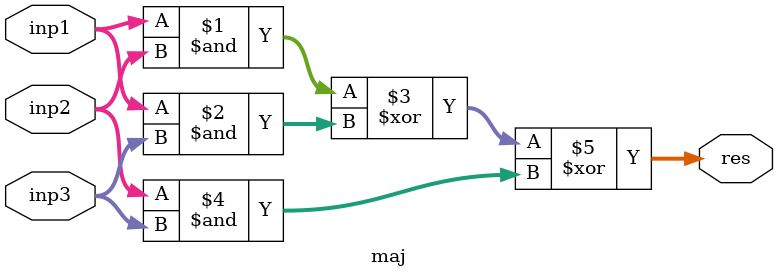
<source format=sv>
module maj
  ( 
    input  logic [31:0] inp1,
    input  logic [31:0] inp2,
    input  logic [31:0] inp3,
    output logic [31:0] res);
   
  assign res = (inp1 & inp2) ^ (inp1 & inp3) ^ (inp2 & inp3);
 
endmodule

</source>
